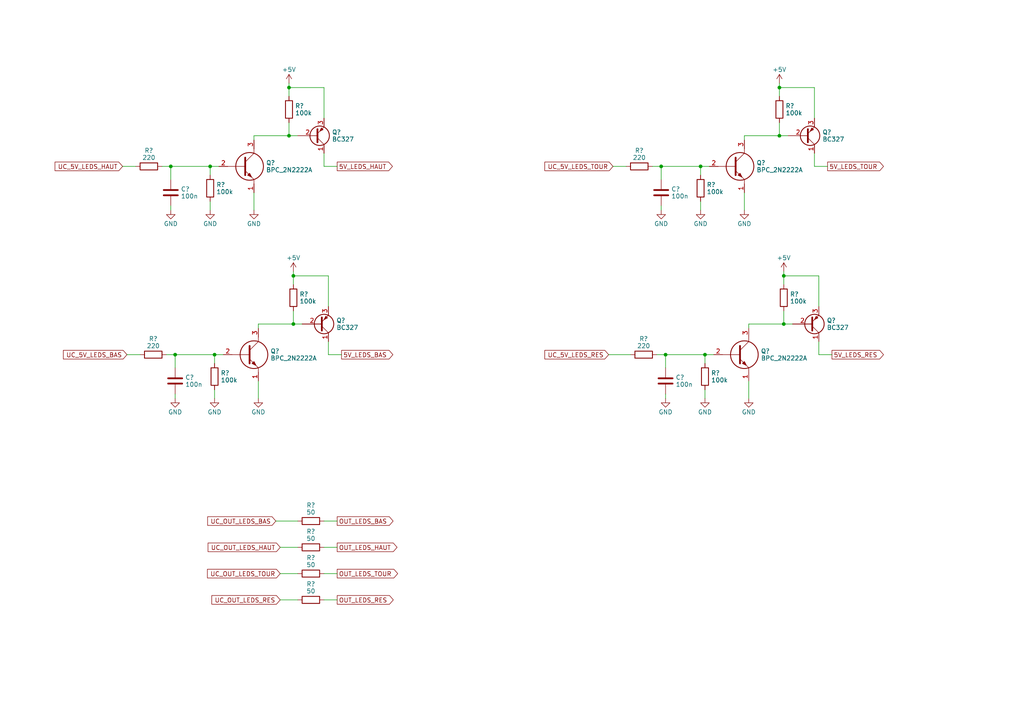
<source format=kicad_sch>
(kicad_sch (version 20230121) (generator eeschema)
  (paper "A4")
  (title_block (title "Cabane à Minou") (date "2024-11-27") (rev "Rev C0") (company "BPC") (comment 1 "2 capteurs de température / 4 entrées détecteur de mouvement") (comment 2 "Wifi / Luminosité / RTC / Bluetooth / Lcd") (comment 3 "4 sorties Strip LEDs (Avec Alim. 5V pilotable)") (comment 4 "Alimentation 12V / 1 sortie 12V commutable"))
  (lib_symbols
    (symbol "Device:C" (pin_numbers hide) (pin_names (offset 0.254))
      (property "Reference" "C" (at 0.635 2.54 0))
      (property "Value" "C" (at 0.635 -2.54 0))
      (symbol "C_0_1"
        (polyline (pts (xy -2.032 -0.762) (xy 2.032 -0.762)) (stroke (width 0.508)))
        (polyline (pts (xy -2.032 0.762) (xy 2.032 0.762)) (stroke (width 0.508)))
      )
      (symbol "C_1_1"
        (pin passive line (at 0 3.81 270) (length 2.794) (name "~") (number "1"))
        (pin passive line (at 0 -3.81 90) (length 2.794) (name "~") (number "2"))
      )
    )
    (symbol "Device:R" (pin_numbers hide) (pin_names (offset 0))
      (property "Reference" "R" (at 2.032 0 90))
      (property "Value" "R" (at 0 0 90))
      (symbol "R_0_1"
        (rectangle (start -1.016 -2.54) (end 1.016 2.54) (stroke (width 0.254)))
      )
      (symbol "R_1_1"
        (pin passive line (at 0 3.81 270) (length 1.27) (name "~") (number "1"))
        (pin passive line (at 0 -3.81 90) (length 1.27) (name "~") (number "2"))
      )
    )
    (symbol "Transistor_BJT:BC327" (pin_names (offset 0) hide)
      (property "Reference" "Q" (at 5.08 1.905 0))
      (property "Value" "BC327" (at 5.08 0 0))
      (symbol "BC327_0_1"
        (polyline (pts (xy 0.635 0.635) (xy 2.54 2.54)))
        (polyline (pts (xy 0.635 -0.635) (xy 2.54 -2.54) (xy 2.54 -2.54)))
        (polyline (pts (xy 0.635 1.905) (xy 0.635 -1.905) (xy 0.635 -1.905)) (stroke (width 0.508)))
        (polyline (pts (xy 2.286 -1.778) (xy 1.778 -2.286) (xy 1.27 -1.27) (xy 2.286 -1.778) (xy 2.286 -1.778)) (fill (type outline)))
        (circle (center 1.27 0) (radius 2.8194) (stroke (width 0.254)))
      )
      (symbol "BC327_1_1"
        (pin passive line (at 2.54 5.08 270) (length 2.54) (name "C") (number "1"))
        (pin input line (at -5.08 0 0) (length 5.715) (name "B") (number "2"))
        (pin passive line (at 2.54 -5.08 90) (length 2.54) (name "E") (number "3"))
      )
    )
    (symbol "bpc:BPC_2N2222A" (pin_names (offset 0.762))
      (property "Reference" "Q" (at 13.97 1.27 0))
      (property "Value" "BPC_2N2222A" (at 13.97 -1.27 0))
      (symbol "BPC_2N2222A_0_0"
        (pin passive line (at 10.16 -7.62 90) (length 2.54) (name "~") (number "1"))
        (pin passive line (at 0 0 0) (length 2.54) (name "~") (number "2"))
        (pin passive line (at 10.16 7.62 270) (length 2.54) (name "~") (number "3"))
      )
      (symbol "BPC_2N2222A_0_1"
        (polyline (pts (xy 2.54 0) (xy 7.62 0)) (stroke (width 0.1524)))
        (polyline (pts (xy 7.62 -1.27) (xy 10.16 -3.81)) (stroke (width 0.1524)))
        (polyline (pts (xy 7.62 1.27) (xy 10.16 3.81)) (stroke (width 0.1524)))
        (polyline (pts (xy 7.62 2.54) (xy 7.62 -2.54)) (stroke (width 0.508)))
        (polyline (pts (xy 10.16 -3.81) (xy 10.16 -5.08)) (stroke (width 0.1524)))
        (polyline (pts (xy 10.16 3.81) (xy 10.16 5.08)) (stroke (width 0.1524)))
        (polyline (pts (xy 8.382 -2.54) (xy 8.89 -2.032) (xy 9.398 -3.048) (xy 8.382 -2.54)) (stroke (width 0.254)) (fill (type outline)))
        (circle (center 8.89 0) (radius 4.0132) (stroke (width 0.254)))
      )
    )
    (symbol "power:+5V" (power) (pin_names (offset 0))
      (property "Value" "+5V" (at 0 3.556 0))
      (symbol "+5V_0_1"
        (polyline (pts (xy -0.762 1.27) (xy 0 2.54)))
        (polyline (pts (xy 0 0) (xy 0 2.54)))
        (polyline (pts (xy 0 2.54) (xy 0.762 1.27)))
      )
      (symbol "+5V_1_1"
        (pin power_in line (at 0 0 90) (length 0) hide (name "+5V") (number "1"))
      )
    )
    (symbol "power:GND" (power) (pin_names (offset 0))
      (property "Value" "GND" (at 0 -3.81 0))
      (symbol "GND_0_1"
        (polyline (pts (xy 0 0) (xy 0 -1.27) (xy 1.27 -1.27) (xy 0 -2.54) (xy -1.27 -1.27) (xy 0 -1.27)))
      )
      (symbol "GND_1_1"
        (pin power_in line (at 0 0 270) (length 0) hide (name "GND") (number "1"))
      )
    )
  )
  (junction (at 226.06 25.4))
  (junction (at 227.33 80.01))
  (junction (at 226.06 39.37))
  (junction (at 60.96 48.26))
  (junction (at 85.09 80.01))
  (junction (at 83.82 39.37))
  (junction (at 62.23 102.87))
  (junction (at 191.77 48.26))
  (junction (at 50.8 102.87))
  (junction (at 83.82 25.4))
  (junction (at 49.53 48.26))
  (junction (at 227.33 93.98))
  (junction (at 193.04 102.87))
  (junction (at 204.47 102.87))
  (junction (at 203.2 48.26))
  (junction (at 85.09 93.98))
  (wire (pts (xy 241.3 102.87) (xy 237.49 102.87)))
  (wire (pts (xy 217.17 110.49) (xy 217.17 115.57)))
  (wire (pts (xy 74.93 95.25) (xy 74.93 93.98)))
  (wire (pts (xy 74.93 93.98) (xy 85.09 93.98)))
  (wire (pts (xy 204.47 102.87) (xy 207.01 102.87)))
  (wire (pts (xy 73.66 55.88) (xy 73.66 60.96)))
  (wire (pts (xy 83.82 39.37) (xy 83.82 35.56)))
  (wire (pts (xy 97.79 48.26) (xy 93.98 48.26)))
  (wire (pts (xy 81.28 173.99) (xy 86.36 173.99)))
  (wire (pts (xy 193.04 102.87) (xy 204.47 102.87)))
  (wire (pts (xy 36.83 102.87) (xy 40.64 102.87)))
  (wire (pts (xy 226.06 25.4) (xy 226.06 27.94)))
  (wire (pts (xy 191.77 48.26) (xy 203.2 48.26)))
  (wire (pts (xy 204.47 113.03) (xy 204.47 115.57)))
  (wire (pts (xy 87.63 93.98) (xy 85.09 93.98)))
  (wire (pts (xy 62.23 102.87) (xy 64.77 102.87)))
  (wire (pts (xy 93.98 151.13) (xy 97.79 151.13)))
  (wire (pts (xy 189.23 48.26) (xy 191.77 48.26)))
  (wire (pts (xy 83.82 25.4) (xy 93.98 25.4)))
  (wire (pts (xy 193.04 114.3) (xy 193.04 115.57)))
  (wire (pts (xy 215.9 40.64) (xy 215.9 39.37)))
  (wire (pts (xy 227.33 93.98) (xy 227.33 90.17)))
  (wire (pts (xy 227.33 78.74) (xy 227.33 80.01)))
  (wire (pts (xy 86.36 39.37) (xy 83.82 39.37)))
  (wire (pts (xy 99.06 102.87) (xy 95.25 102.87)))
  (wire (pts (xy 73.66 40.64) (xy 73.66 39.37)))
  (wire (pts (xy 93.98 25.4) (xy 93.98 34.29)))
  (wire (pts (xy 83.82 24.13) (xy 83.82 25.4)))
  (wire (pts (xy 93.98 158.75) (xy 97.79 158.75)))
  (wire (pts (xy 236.22 25.4) (xy 236.22 34.29)))
  (wire (pts (xy 236.22 48.26) (xy 236.22 44.45)))
  (wire (pts (xy 227.33 80.01) (xy 237.49 80.01)))
  (wire (pts (xy 85.09 78.74) (xy 85.09 80.01)))
  (wire (pts (xy 62.23 113.03) (xy 62.23 115.57)))
  (wire (pts (xy 193.04 102.87) (xy 193.04 106.68)))
  (wire (pts (xy 85.09 93.98) (xy 85.09 90.17)))
  (wire (pts (xy 203.2 48.26) (xy 205.74 48.26)))
  (wire (pts (xy 50.8 102.87) (xy 62.23 102.87)))
  (wire (pts (xy 81.28 166.37) (xy 86.36 166.37)))
  (wire (pts (xy 49.53 48.26) (xy 49.53 52.07)))
  (wire (pts (xy 93.98 166.37) (xy 97.79 166.37)))
  (wire (pts (xy 74.93 110.49) (xy 74.93 115.57)))
  (wire (pts (xy 83.82 25.4) (xy 83.82 27.94)))
  (wire (pts (xy 240.03 48.26) (xy 236.22 48.26)))
  (wire (pts (xy 227.33 80.01) (xy 227.33 82.55)))
  (wire (pts (xy 215.9 39.37) (xy 226.06 39.37)))
  (wire (pts (xy 48.26 102.87) (xy 50.8 102.87)))
  (wire (pts (xy 50.8 102.87) (xy 50.8 106.68)))
  (wire (pts (xy 93.98 173.99) (xy 97.79 173.99)))
  (wire (pts (xy 95.25 102.87) (xy 95.25 99.06)))
  (wire (pts (xy 237.49 102.87) (xy 237.49 99.06)))
  (wire (pts (xy 226.06 25.4) (xy 236.22 25.4)))
  (wire (pts (xy 217.17 95.25) (xy 217.17 93.98)))
  (wire (pts (xy 226.06 24.13) (xy 226.06 25.4)))
  (wire (pts (xy 60.96 58.42) (xy 60.96 60.96)))
  (wire (pts (xy 62.23 102.87) (xy 62.23 105.41)))
  (wire (pts (xy 95.25 80.01) (xy 95.25 88.9)))
  (wire (pts (xy 177.8 48.26) (xy 181.61 48.26)))
  (wire (pts (xy 176.53 102.87) (xy 182.88 102.87)))
  (wire (pts (xy 237.49 80.01) (xy 237.49 88.9)))
  (wire (pts (xy 229.87 93.98) (xy 227.33 93.98)))
  (wire (pts (xy 228.6 39.37) (xy 226.06 39.37)))
  (wire (pts (xy 46.99 48.26) (xy 49.53 48.26)))
  (wire (pts (xy 191.77 59.69) (xy 191.77 60.96)))
  (wire (pts (xy 85.09 80.01) (xy 95.25 80.01)))
  (wire (pts (xy 73.66 39.37) (xy 83.82 39.37)))
  (wire (pts (xy 80.01 151.13) (xy 86.36 151.13)))
  (wire (pts (xy 204.47 102.87) (xy 204.47 105.41)))
  (wire (pts (xy 60.96 48.26) (xy 60.96 50.8)))
  (wire (pts (xy 35.56 48.26) (xy 39.37 48.26)))
  (wire (pts (xy 203.2 48.26) (xy 203.2 50.8)))
  (wire (pts (xy 49.53 48.26) (xy 60.96 48.26)))
  (wire (pts (xy 215.9 55.88) (xy 215.9 60.96)))
  (wire (pts (xy 93.98 48.26) (xy 93.98 44.45)))
  (wire (pts (xy 217.17 93.98) (xy 227.33 93.98)))
  (wire (pts (xy 81.28 158.75) (xy 86.36 158.75)))
  (wire (pts (xy 191.77 48.26) (xy 191.77 52.07)))
  (wire (pts (xy 49.53 59.69) (xy 49.53 60.96)))
  (wire (pts (xy 60.96 48.26) (xy 63.5 48.26)))
  (wire (pts (xy 50.8 114.3) (xy 50.8 115.57)))
  (wire (pts (xy 226.06 39.37) (xy 226.06 35.56)))
  (wire (pts (xy 190.5 102.87) (xy 193.04 102.87)))
  (wire (pts (xy 203.2 58.42) (xy 203.2 60.96)))
  (wire (pts (xy 85.09 80.01) (xy 85.09 82.55)))
  (global_label "UC_OUT_LEDS_RES" (shape input) (at 81.28 173.99 180) (property "Intersheetrefs" "${INTERSHEET_REFS}" (effects hide)))
  (global_label "UC_5V_LEDS_TOUR" (shape input) (at 177.8 48.26 180) (property "Intersheetrefs" "${INTERSHEET_REFS}" (effects hide)))
  (global_label "OUT_LEDS_HAUT" (shape output) (at 97.79 158.75 0) (property "Intersheetrefs" "${INTERSHEET_REFS}" (effects hide)))
  (global_label "UC_OUT_LEDS_BAS" (shape input) (at 80.01 151.13 180) (property "Intersheetrefs" "${INTERSHEET_REFS}" (effects hide)))
  (global_label "5V_LEDS_HAUT" (shape output) (at 97.79 48.26 0) (property "Intersheetrefs" "${INTERSHEET_REFS}" (effects hide)))
  (global_label "UC_5V_LEDS_RES" (shape input) (at 176.53 102.87 180) (property "Intersheetrefs" "${INTERSHEET_REFS}" (effects hide)))
  (global_label "UC_5V_LEDS_BAS" (shape input) (at 36.83 102.87 180) (property "Intersheetrefs" "${INTERSHEET_REFS}" (effects hide)))
  (global_label "OUT_LEDS_TOUR" (shape output) (at 97.79 166.37 0) (property "Intersheetrefs" "${INTERSHEET_REFS}" (effects hide)))
  (global_label "UC_OUT_LEDS_HAUT" (shape input) (at 81.28 158.75 180) (property "Intersheetrefs" "${INTERSHEET_REFS}" (effects hide)))
  (global_label "5V_LEDS_BAS" (shape output) (at 99.06 102.87 0) (property "Intersheetrefs" "${INTERSHEET_REFS}" (effects hide)))
  (global_label "5V_LEDS_RES" (shape output) (at 241.3 102.87 0) (property "Intersheetrefs" "${INTERSHEET_REFS}" (effects hide)))
  (global_label "5V_LEDS_TOUR" (shape output) (at 240.03 48.26 0) (property "Intersheetrefs" "${INTERSHEET_REFS}" (effects hide)))
  (global_label "UC_OUT_LEDS_TOUR" (shape input) (at 81.28 166.37 180) (property "Intersheetrefs" "${INTERSHEET_REFS}" (effects hide)))
  (global_label "OUT_LEDS_RES" (shape output) (at 97.79 173.99 0) (property "Intersheetrefs" "${INTERSHEET_REFS}" (effects hide)))
  (global_label "UC_5V_LEDS_HAUT" (shape input) (at 35.56 48.26 180) (property "Intersheetrefs" "${INTERSHEET_REFS}" (effects hide)))
  (global_label "OUT_LEDS_BAS" (shape output) (at 97.79 151.13 0) (property "Intersheetrefs" "${INTERSHEET_REFS}" (effects hide)))
  (symbol (lib_id "Device:R") (at 85.09 86.36 0) (unit 1)
    (property "Reference" "R?" (at 86.868 85.336 0) (effects (justify left)))
    (property "Value" "100k" (at 86.868 87.384 0) (effects (justify left)))
    (property "Footprint" "Resistor_THT:R_Axial_DIN0204_L3.6mm_D1.6mm_P7.62mm_Horizontal" (effects hide))
    (instances (project "cabane_minou" (path "" (reference "R?") (unit 1)) (path "" (reference "R?") (unit 1)) (path "" (reference "R?") (unit 1)) (path "" (reference "R45") (unit 1))))
  )
  (symbol (lib_id "power:+5V") (at 227.33 78.74 0) (unit 1)
    (property "Reference" "#PWR?" (effects hide))
    (property "Value" "+5V" (at 227.33 74.795 0))
    (instances (project "cabane_minou" (path "" (reference "#PWR?") (unit 1)) (path "" (reference "#PWR?") (unit 1)) (path "" (reference "#PWR?") (unit 1)) (path "" (reference "#PWR089") (unit 1))))
  )
  (symbol (lib_id "Device:R") (at 90.17 151.13 90) (unit 1)
    (property "Reference" "R?" (at 90.17 146.534 90))
    (property "Value" "50" (at 90.17 148.582 90))
    (property "Footprint" "Resistor_THT:R_Axial_DIN0204_L3.6mm_D1.6mm_P7.62mm_Horizontal" (effects hide))
    (instances (project "cabane_minou" (path "" (reference "R?") (unit 1)) (path "" (reference "R?") (unit 1)) (path "" (reference "R?") (unit 1)) (path "" (reference "R46") (unit 1))))
  )
  (symbol (lib_id "Device:C") (at 191.77 55.88 0) (unit 1)
    (property "Reference" "C?" (at 194.691 54.856 0) (effects (justify left)))
    (property "Value" "100n" (at 194.691 56.904 0) (effects (justify left)))
    (property "Footprint" "Capacitor_THT:C_Disc_D5.0mm_W2.5mm_P2.50mm" (effects hide))
    (instances (project "cabane_minou" (path "" (reference "C?") (unit 1)) (path "" (reference "C?") (unit 1)) (path "" (reference "C?") (unit 1)) (path "" (reference "C23") (unit 1))))
  )
  (symbol (lib_id "power:GND") (at 203.2 60.96 0) (unit 1)
    (property "Reference" "#PWR?" (effects hide))
    (property "Value" "GND" (at 203.2 64.905 0))
    (instances (project "cabane_minou" (path "" (reference "#PWR?") (unit 1)) (path "" (reference "#PWR?") (unit 1)) (path "" (reference "#PWR?") (unit 1)) (path "" (reference "#PWR084") (unit 1))))
  )
  (symbol (lib_id "Device:C") (at 50.8 110.49 0) (unit 1)
    (property "Reference" "C?" (at 53.721 109.466 0) (effects (justify left)))
    (property "Value" "100n" (at 53.721 111.514 0) (effects (justify left)))
    (property "Footprint" "Capacitor_THT:C_Disc_D5.0mm_W2.5mm_P2.50mm" (effects hide))
    (instances (project "cabane_minou" (path "" (reference "C?") (unit 1)) (path "" (reference "C?") (unit 1)) (path "" (reference "C?") (unit 1)) (path "" (reference "C22") (unit 1))))
  )
  (symbol (lib_id "Device:R") (at 43.18 48.26 90) (unit 1)
    (property "Reference" "R?" (at 43.18 43.664 90))
    (property "Value" "220" (at 43.18 45.712 90))
    (property "Footprint" "Resistor_THT:R_Axial_DIN0204_L3.6mm_D1.6mm_P7.62mm_Horizontal" (effects hide))
    (instances (project "cabane_minou" (path "" (reference "R?") (unit 1)) (path "" (reference "R?") (unit 1)) (path "" (reference "R?") (unit 1)) (path "" (reference "R40") (unit 1))))
  )
  (symbol (lib_id "power:GND") (at 217.17 115.57 0) (unit 1)
    (property "Reference" "#PWR?" (effects hide))
    (property "Value" "GND" (at 217.17 119.515 0))
    (instances (project "cabane_minou" (path "" (reference "#PWR?") (unit 1)) (path "" (reference "#PWR?") (unit 1)) (path "" (reference "#PWR?") (unit 1)) (path "" (reference "#PWR087") (unit 1))))
  )
  (symbol (lib_id "Device:C") (at 49.53 55.88 0) (unit 1)
    (property "Reference" "C?" (at 52.451 54.856 0) (effects (justify left)))
    (property "Value" "100n" (at 52.451 56.904 0) (effects (justify left)))
    (property "Footprint" "Capacitor_THT:C_Disc_D5.0mm_W2.5mm_P2.50mm" (effects hide))
    (instances (project "cabane_minou" (path "" (reference "C?") (unit 1)) (path "" (reference "C?") (unit 1)) (path "" (reference "C?") (unit 1)) (path "" (reference "C21") (unit 1))))
  )
  (symbol (lib_id "Device:R") (at 60.96 54.61 0) (unit 1)
    (property "Reference" "R?" (at 62.738 53.586 0) (effects (justify left)))
    (property "Value" "100k" (at 62.738 55.634 0) (effects (justify left)))
    (property "Footprint" "Resistor_THT:R_Axial_DIN0204_L3.6mm_D1.6mm_P7.62mm_Horizontal" (effects hide))
    (instances (project "cabane_minou" (path "" (reference "R?") (unit 1)) (path "" (reference "R?") (unit 1)) (path "" (reference "R?") (unit 1)) (path "" (reference "R42") (unit 1))))
  )
  (symbol (lib_id "Transistor_BJT:BC327") (at 233.68 39.37 0) (mirror x) (unit 1)
    (property "Reference" "Q?" (at 238.5314 38.346 0) (effects (justify left)))
    (property "Value" "BC327" (at 238.5314 40.394 0) (effects (justify left)))
    (property "Footprint" "Package_TO_SOT_THT:TO-92_Inline" (effects hide))
    (property "Datasheet" "http://www.onsemi.com/pub_link/Collateral/BC327-D.PDF" (effects hide))
    (instances (project "cabane_minou" (path "" (reference "Q?") (unit 1)) (path "" (reference "Q13") (unit 1))))
  )
  (symbol (lib_id "Device:R") (at 90.17 166.37 90) (unit 1)
    (property "Reference" "R?" (at 90.17 161.774 90))
    (property "Value" "50" (at 90.17 163.822 90))
    (property "Footprint" "Resistor_THT:R_Axial_DIN0204_L3.6mm_D1.6mm_P7.62mm_Horizontal" (effects hide))
    (instances (project "cabane_minou" (path "" (reference "R?") (unit 1)) (path "" (reference "R?") (unit 1)) (path "" (reference "R?") (unit 1)) (path "" (reference "R48") (unit 1))))
  )
  (symbol (lib_id "power:GND") (at 191.77 60.96 0) (unit 1)
    (property "Reference" "#PWR?" (effects hide))
    (property "Value" "GND" (at 191.77 64.905 0))
    (instances (project "cabane_minou" (path "" (reference "#PWR?") (unit 1)) (path "" (reference "#PWR?") (unit 1)) (path "" (reference "#PWR?") (unit 1)) (path "" (reference "#PWR082") (unit 1))))
  )
  (symbol (lib_id "power:GND") (at 50.8 115.57 0) (unit 1)
    (property "Reference" "#PWR?" (effects hide))
    (property "Value" "GND" (at 50.8 119.515 0))
    (instances (project "cabane_minou" (path "" (reference "#PWR?") (unit 1)) (path "" (reference "#PWR?") (unit 1)) (path "" (reference "#PWR?") (unit 1)) (path "" (reference "#PWR075") (unit 1))))
  )
  (symbol (lib_id "power:+5V") (at 226.06 24.13 0) (unit 1)
    (property "Reference" "#PWR?" (effects hide))
    (property "Value" "+5V" (at 226.06 20.185 0))
    (instances (project "cabane_minou" (path "" (reference "#PWR?") (unit 1)) (path "" (reference "#PWR?") (unit 1)) (path "" (reference "#PWR?") (unit 1)) (path "" (reference "#PWR088") (unit 1))))
  )
  (symbol (lib_id "power:+5V") (at 85.09 78.74 0) (unit 1)
    (property "Reference" "#PWR?" (effects hide))
    (property "Value" "+5V" (at 85.09 74.795 0))
    (instances (project "cabane_minou" (path "" (reference "#PWR?") (unit 1)) (path "" (reference "#PWR?") (unit 1)) (path "" (reference "#PWR?") (unit 1)) (path "" (reference "#PWR081") (unit 1))))
  )
  (symbol (lib_id "Device:R") (at 44.45 102.87 90) (unit 1)
    (property "Reference" "R?" (at 44.45 98.274 90))
    (property "Value" "220" (at 44.45 100.322 90))
    (property "Footprint" "Resistor_THT:R_Axial_DIN0204_L3.6mm_D1.6mm_P7.62mm_Horizontal" (effects hide))
    (instances (project "cabane_minou" (path "" (reference "R?") (unit 1)) (path "" (reference "R?") (unit 1)) (path "" (reference "R?") (unit 1)) (path "" (reference "R41") (unit 1))))
  )
  (symbol (lib_id "power:GND") (at 204.47 115.57 0) (unit 1)
    (property "Reference" "#PWR?" (effects hide))
    (property "Value" "GND" (at 204.47 119.515 0))
    (instances (project "cabane_minou" (path "" (reference "#PWR?") (unit 1)) (path "" (reference "#PWR?") (unit 1)) (path "" (reference "#PWR?") (unit 1)) (path "" (reference "#PWR085") (unit 1))))
  )
  (symbol (lib_id "bpc:BPC_2N2222A") (at 207.01 102.87 0) (unit 1)
    (property "Reference" "Q?" (at 220.6752 101.846 0) (effects (justify left)))
    (property "Value" "BPC_2N2222A" (at 220.6752 103.894 0) (effects (justify left)))
    (property "Footprint" "Package_TO_SOT_THT:TO-92" (effects hide))
    (property "Datasheet" "https://www.arrow.com/en/products/2n2222a/microsemi" (effects hide))
    (property "Description" "Trans GP BJT NPN 50V 0.8A 3-Pin TO-18" (effects hide))
    (property "Manufacturer_Name" "Microsemi Corporation" (effects hide))
    (property "Manufacturer_Part_Number" "2N2222A" (effects hide))
    (property "Mouser Part Number" "494-2N2222A" (effects hide))
    (property "Mouser Price/Stock" "https://www.mouser.co.uk/ProductDetail/Microchip-Microsemi/2N2222A?qs=TXMzd3F6EylR6f6YErRW3Q%3D%3D" (effects hide))
    (property "Arrow Part Number" "2N2222A" (effects hide))
    (property "Arrow Price/Stock" "https://www.arrow.com/en/products/2n2222a/microsemi" (effects hide))
    (instances (project "cabane_minou" (path "" (reference "Q?") (unit 1)) (path "" (reference "Q12") (unit 1))))
  )
  (symbol (lib_id "Device:R") (at 185.42 48.26 90) (unit 1)
    (property "Reference" "R?" (at 185.42 43.664 90))
    (property "Value" "220" (at 185.42 45.712 90))
    (property "Footprint" "Resistor_THT:R_Axial_DIN0204_L3.6mm_D1.6mm_P7.62mm_Horizontal" (effects hide))
    (instances (project "cabane_minou" (path "" (reference "R?") (unit 1)) (path "" (reference "R?") (unit 1)) (path "" (reference "R?") (unit 1)) (path "" (reference "R50") (unit 1))))
  )
  (symbol (lib_id "power:GND") (at 215.9 60.96 0) (unit 1)
    (property "Reference" "#PWR?" (effects hide))
    (property "Value" "GND" (at 215.9 64.905 0))
    (instances (project "cabane_minou" (path "" (reference "#PWR?") (unit 1)) (path "" (reference "#PWR?") (unit 1)) (path "" (reference "#PWR?") (unit 1)) (path "" (reference "#PWR086") (unit 1))))
  )
  (symbol (lib_id "Device:R") (at 204.47 109.22 0) (unit 1)
    (property "Reference" "R?" (at 206.248 108.196 0) (effects (justify left)))
    (property "Value" "100k" (at 206.248 110.244 0) (effects (justify left)))
    (property "Footprint" "Resistor_THT:R_Axial_DIN0204_L3.6mm_D1.6mm_P7.62mm_Horizontal" (effects hide))
    (instances (project "cabane_minou" (path "" (reference "R?") (unit 1)) (path "" (reference "R?") (unit 1)) (path "" (reference "R?") (unit 1)) (path "" (reference "R53") (unit 1))))
  )
  (symbol (lib_id "Device:R") (at 90.17 158.75 90) (unit 1)
    (property "Reference" "R?" (at 90.17 154.154 90))
    (property "Value" "50" (at 90.17 156.202 90))
    (property "Footprint" "Resistor_THT:R_Axial_DIN0204_L3.6mm_D1.6mm_P7.62mm_Horizontal" (effects hide))
    (instances (project "cabane_minou" (path "" (reference "R?") (unit 1)) (path "" (reference "R?") (unit 1)) (path "" (reference "R?") (unit 1)) (path "" (reference "R47") (unit 1))))
  )
  (symbol (lib_id "power:GND") (at 73.66 60.96 0) (unit 1)
    (property "Reference" "#PWR?" (effects hide))
    (property "Value" "GND" (at 73.66 64.905 0))
    (instances (project "cabane_minou" (path "" (reference "#PWR?") (unit 1)) (path "" (reference "#PWR?") (unit 1)) (path "" (reference "#PWR?") (unit 1)) (path "" (reference "#PWR078") (unit 1))))
  )
  (symbol (lib_id "Device:R") (at 83.82 31.75 0) (unit 1)
    (property "Reference" "R?" (at 85.598 30.726 0) (effects (justify left)))
    (property "Value" "100k" (at 85.598 32.774 0) (effects (justify left)))
    (property "Footprint" "Resistor_THT:R_Axial_DIN0204_L3.6mm_D1.6mm_P7.62mm_Horizontal" (effects hide))
    (instances (project "cabane_minou" (path "" (reference "R?") (unit 1)) (path "" (reference "R?") (unit 1)) (path "" (reference "R?") (unit 1)) (path "" (reference "R44") (unit 1))))
  )
  (symbol (lib_id "Transistor_BJT:BC327") (at 92.71 93.98 0) (mirror x) (unit 1)
    (property "Reference" "Q?" (at 97.5614 92.956 0) (effects (justify left)))
    (property "Value" "BC327" (at 97.5614 95.004 0) (effects (justify left)))
    (property "Footprint" "Package_TO_SOT_THT:TO-92_Inline" (effects hide))
    (property "Datasheet" "http://www.onsemi.com/pub_link/Collateral/BC327-D.PDF" (effects hide))
    (instances (project "cabane_minou" (path "" (reference "Q?") (unit 1)) (path "" (reference "Q10") (unit 1))))
  )
  (symbol (lib_id "power:+5V") (at 83.82 24.13 0) (unit 1)
    (property "Reference" "#PWR?" (effects hide))
    (property "Value" "+5V" (at 83.82 20.185 0))
    (instances (project "cabane_minou" (path "" (reference "#PWR?") (unit 1)) (path "" (reference "#PWR?") (unit 1)) (path "" (reference "#PWR?") (unit 1)) (path "" (reference "#PWR080") (unit 1))))
  )
  (symbol (lib_id "power:GND") (at 60.96 60.96 0) (unit 1)
    (property "Reference" "#PWR?" (effects hide))
    (property "Value" "GND" (at 60.96 64.905 0))
    (instances (project "cabane_minou" (path "" (reference "#PWR?") (unit 1)) (path "" (reference "#PWR?") (unit 1)) (path "" (reference "#PWR?") (unit 1)) (path "" (reference "#PWR076") (unit 1))))
  )
  (symbol (lib_id "bpc:BPC_2N2222A") (at 63.5 48.26 0) (unit 1)
    (property "Reference" "Q?" (at 77.1652 47.236 0) (effects (justify left)))
    (property "Value" "BPC_2N2222A" (at 77.1652 49.284 0) (effects (justify left)))
    (property "Footprint" "Package_TO_SOT_THT:TO-92" (effects hide))
    (property "Datasheet" "https://www.arrow.com/en/products/2n2222a/microsemi" (effects hide))
    (property "Description" "Trans GP BJT NPN 50V 0.8A 3-Pin TO-18" (effects hide))
    (property "Manufacturer_Name" "Microsemi Corporation" (effects hide))
    (property "Manufacturer_Part_Number" "2N2222A" (effects hide))
    (property "Mouser Part Number" "494-2N2222A" (effects hide))
    (property "Mouser Price/Stock" "https://www.mouser.co.uk/ProductDetail/Microchip-Microsemi/2N2222A?qs=TXMzd3F6EylR6f6YErRW3Q%3D%3D" (effects hide))
    (property "Arrow Part Number" "2N2222A" (effects hide))
    (property "Arrow Price/Stock" "https://www.arrow.com/en/products/2n2222a/microsemi" (effects hide))
    (instances (project "cabane_minou" (path "" (reference "Q?") (unit 1)) (path "" (reference "Q7") (unit 1))))
  )
  (symbol (lib_id "power:GND") (at 193.04 115.57 0) (unit 1)
    (property "Reference" "#PWR?" (effects hide))
    (property "Value" "GND" (at 193.04 119.515 0))
    (instances (project "cabane_minou" (path "" (reference "#PWR?") (unit 1)) (path "" (reference "#PWR?") (unit 1)) (path "" (reference "#PWR?") (unit 1)) (path "" (reference "#PWR083") (unit 1))))
  )
  (symbol (lib_id "bpc:BPC_2N2222A") (at 205.74 48.26 0) (unit 1)
    (property "Reference" "Q?" (at 219.4052 47.236 0) (effects (justify left)))
    (property "Value" "BPC_2N2222A" (at 219.4052 49.284 0) (effects (justify left)))
    (property "Footprint" "Package_TO_SOT_THT:TO-92" (effects hide))
    (property "Datasheet" "https://www.arrow.com/en/products/2n2222a/microsemi" (effects hide))
    (property "Description" "Trans GP BJT NPN 50V 0.8A 3-Pin TO-18" (effects hide))
    (property "Manufacturer_Name" "Microsemi Corporation" (effects hide))
    (property "Manufacturer_Part_Number" "2N2222A" (effects hide))
    (property "Mouser Part Number" "494-2N2222A" (effects hide))
    (property "Mouser Price/Stock" "https://www.mouser.co.uk/ProductDetail/Microchip-Microsemi/2N2222A?qs=TXMzd3F6EylR6f6YErRW3Q%3D%3D" (effects hide))
    (property "Arrow Part Number" "2N2222A" (effects hide))
    (property "Arrow Price/Stock" "https://www.arrow.com/en/products/2n2222a/microsemi" (effects hide))
    (instances (project "cabane_minou" (path "" (reference "Q?") (unit 1)) (path "" (reference "Q11") (unit 1))))
  )
  (symbol (lib_id "Device:R") (at 203.2 54.61 0) (unit 1)
    (property "Reference" "R?" (at 204.978 53.586 0) (effects (justify left)))
    (property "Value" "100k" (at 204.978 55.634 0) (effects (justify left)))
    (property "Footprint" "Resistor_THT:R_Axial_DIN0204_L3.6mm_D1.6mm_P7.62mm_Horizontal" (effects hide))
    (instances (project "cabane_minou" (path "" (reference "R?") (unit 1)) (path "" (reference "R?") (unit 1)) (path "" (reference "R?") (unit 1)) (path "" (reference "R52") (unit 1))))
  )
  (symbol (lib_id "power:GND") (at 62.23 115.57 0) (unit 1)
    (property "Reference" "#PWR?" (effects hide))
    (property "Value" "GND" (at 62.23 119.515 0))
    (instances (project "cabane_minou" (path "" (reference "#PWR?") (unit 1)) (path "" (reference "#PWR?") (unit 1)) (path "" (reference "#PWR?") (unit 1)) (path "" (reference "#PWR077") (unit 1))))
  )
  (symbol (lib_id "Transistor_BJT:BC327") (at 234.95 93.98 0) (mirror x) (unit 1)
    (property "Reference" "Q?" (at 239.8014 92.956 0) (effects (justify left)))
    (property "Value" "BC327" (at 239.8014 95.004 0) (effects (justify left)))
    (property "Footprint" "Package_TO_SOT_THT:TO-92_Inline" (effects hide))
    (property "Datasheet" "http://www.onsemi.com/pub_link/Collateral/BC327-D.PDF" (effects hide))
    (instances (project "cabane_minou" (path "" (reference "Q?") (unit 1)) (path "" (reference "Q14") (unit 1))))
  )
  (symbol (lib_id "Device:R") (at 226.06 31.75 0) (unit 1)
    (property "Reference" "R?" (at 227.838 30.726 0) (effects (justify left)))
    (property "Value" "100k" (at 227.838 32.774 0) (effects (justify left)))
    (property "Footprint" "Resistor_THT:R_Axial_DIN0204_L3.6mm_D1.6mm_P7.62mm_Horizontal" (effects hide))
    (instances (project "cabane_minou" (path "" (reference "R?") (unit 1)) (path "" (reference "R?") (unit 1)) (path "" (reference "R?") (unit 1)) (path "" (reference "R54") (unit 1))))
  )
  (symbol (lib_id "Device:R") (at 186.69 102.87 90) (unit 1)
    (property "Reference" "R?" (at 186.69 98.274 90))
    (property "Value" "220" (at 186.69 100.322 90))
    (property "Footprint" "Resistor_THT:R_Axial_DIN0204_L3.6mm_D1.6mm_P7.62mm_Horizontal" (effects hide))
    (instances (project "cabane_minou" (path "" (reference "R?") (unit 1)) (path "" (reference "R?") (unit 1)) (path "" (reference "R?") (unit 1)) (path "" (reference "R51") (unit 1))))
  )
  (symbol (lib_id "Device:C") (at 193.04 110.49 0) (unit 1)
    (property "Reference" "C?" (at 195.961 109.466 0) (effects (justify left)))
    (property "Value" "100n" (at 195.961 111.514 0) (effects (justify left)))
    (property "Footprint" "Capacitor_THT:C_Disc_D5.0mm_W2.5mm_P2.50mm" (effects hide))
    (instances (project "cabane_minou" (path "" (reference "C?") (unit 1)) (path "" (reference "C?") (unit 1)) (path "" (reference "C?") (unit 1)) (path "" (reference "C24") (unit 1))))
  )
  (symbol (lib_id "Transistor_BJT:BC327") (at 91.44 39.37 0) (mirror x) (unit 1)
    (property "Reference" "Q?" (at 96.2914 38.346 0) (effects (justify left)))
    (property "Value" "BC327" (at 96.2914 40.394 0) (effects (justify left)))
    (property "Footprint" "Package_TO_SOT_THT:TO-92_Inline" (effects hide))
    (property "Datasheet" "http://www.onsemi.com/pub_link/Collateral/BC327-D.PDF" (effects hide))
    (instances (project "cabane_minou" (path "" (reference "Q?") (unit 1)) (path "" (reference "Q9") (unit 1))))
  )
  (symbol (lib_id "bpc:BPC_2N2222A") (at 64.77 102.87 0) (unit 1)
    (property "Reference" "Q?" (at 78.4352 101.846 0) (effects (justify left)))
    (property "Value" "BPC_2N2222A" (at 78.4352 103.894 0) (effects (justify left)))
    (property "Footprint" "Package_TO_SOT_THT:TO-92" (effects hide))
    (property "Datasheet" "https://www.arrow.com/en/products/2n2222a/microsemi" (effects hide))
    (property "Description" "Trans GP BJT NPN 50V 0.8A 3-Pin TO-18" (effects hide))
    (property "Manufacturer_Name" "Microsemi Corporation" (effects hide))
    (property "Manufacturer_Part_Number" "2N2222A" (effects hide))
    (property "Mouser Part Number" "494-2N2222A" (effects hide))
    (property "Mouser Price/Stock" "https://www.mouser.co.uk/ProductDetail/Microchip-Microsemi/2N2222A?qs=TXMzd3F6EylR6f6YErRW3Q%3D%3D" (effects hide))
    (property "Arrow Part Number" "2N2222A" (effects hide))
    (property "Arrow Price/Stock" "https://www.arrow.com/en/products/2n2222a/microsemi" (effects hide))
    (instances (project "cabane_minou" (path "" (reference "Q?") (unit 1)) (path "" (reference "Q8") (unit 1))))
  )
  (symbol (lib_id "Device:R") (at 90.17 173.99 90) (unit 1)
    (property "Reference" "R?" (at 90.17 169.394 90))
    (property "Value" "50" (at 90.17 171.442 90))
    (property "Footprint" "Resistor_THT:R_Axial_DIN0204_L3.6mm_D1.6mm_P7.62mm_Horizontal" (effects hide))
    (instances (project "cabane_minou" (path "" (reference "R?") (unit 1)) (path "" (reference "R?") (unit 1)) (path "" (reference "R?") (unit 1)) (path "" (reference "R49") (unit 1))))
  )
  (symbol (lib_id "Device:R") (at 62.23 109.22 0) (unit 1)
    (property "Reference" "R?" (at 64.008 108.196 0) (effects (justify left)))
    (property "Value" "100k" (at 64.008 110.244 0) (effects (justify left)))
    (property "Footprint" "Resistor_THT:R_Axial_DIN0204_L3.6mm_D1.6mm_P7.62mm_Horizontal" (effects hide))
    (instances (project "cabane_minou" (path "" (reference "R?") (unit 1)) (path "" (reference "R?") (unit 1)) (path "" (reference "R?") (unit 1)) (path "" (reference "R43") (unit 1))))
  )
  (symbol (lib_id "Device:R") (at 227.33 86.36 0) (unit 1)
    (property "Reference" "R?" (at 229.108 85.336 0) (effects (justify left)))
    (property "Value" "100k" (at 229.108 87.384 0) (effects (justify left)))
    (property "Footprint" "Resistor_THT:R_Axial_DIN0204_L3.6mm_D1.6mm_P7.62mm_Horizontal" (effects hide))
    (instances (project "cabane_minou" (path "" (reference "R?") (unit 1)) (path "" (reference "R?") (unit 1)) (path "" (reference "R?") (unit 1)) (path "" (reference "R55") (unit 1))))
  )
  (symbol (lib_id "power:GND") (at 49.53 60.96 0) (unit 1)
    (property "Reference" "#PWR?" (effects hide))
    (property "Value" "GND" (at 49.53 64.905 0))
    (instances (project "cabane_minou" (path "" (reference "#PWR?") (unit 1)) (path "" (reference "#PWR?") (unit 1)) (path "" (reference "#PWR?") (unit 1)) (path "" (reference "#PWR074") (unit 1))))
  )
  (symbol (lib_id "power:GND") (at 74.93 115.57 0) (unit 1)
    (property "Reference" "#PWR?" (effects hide))
    (property "Value" "GND" (at 74.93 119.515 0))
    (instances (project "cabane_minou" (path "" (reference "#PWR?") (unit 1)) (path "" (reference "#PWR?") (unit 1)) (path "" (reference "#PWR?") (unit 1)) (path "" (reference "#PWR079") (unit 1))))
  )
)
</source>
